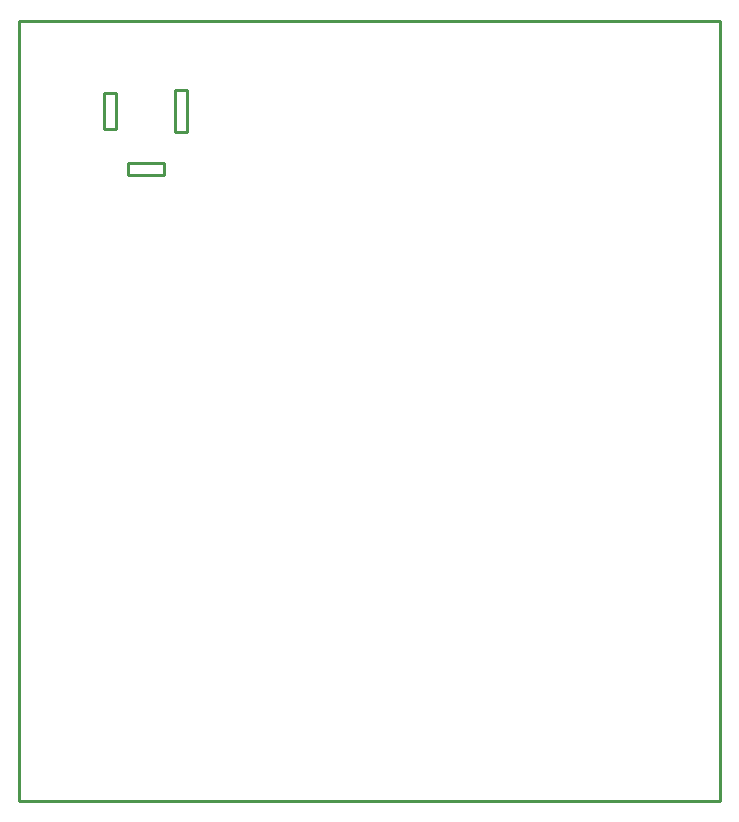
<source format=gbr>
G04 EAGLE Gerber X2 export*
%TF.Part,Single*%
%TF.FileFunction,Profile,NP*%
%TF.FilePolarity,Positive*%
%TF.GenerationSoftware,Autodesk,EAGLE,9.0.1*%
%TF.CreationDate,2018-05-13T22:07:24Z*%
G75*
%MOMM*%
%FSLAX34Y34*%
%LPD*%
%AMOC8*
5,1,8,0,0,1.08239X$1,22.5*%
G01*
%ADD10C,0.254000*%


D10*
X0Y0D02*
X593600Y0D01*
X593600Y660300D01*
X0Y660300D01*
X0Y0D01*
X132000Y566700D02*
X142000Y566700D01*
X142000Y601700D01*
X132000Y601700D01*
X132000Y566700D01*
X92500Y530200D02*
X122500Y530200D01*
X122500Y540200D01*
X92500Y540200D01*
X92500Y530200D01*
X72000Y569200D02*
X82000Y569200D01*
X82000Y599200D01*
X72000Y599200D01*
X72000Y569200D01*
M02*

</source>
